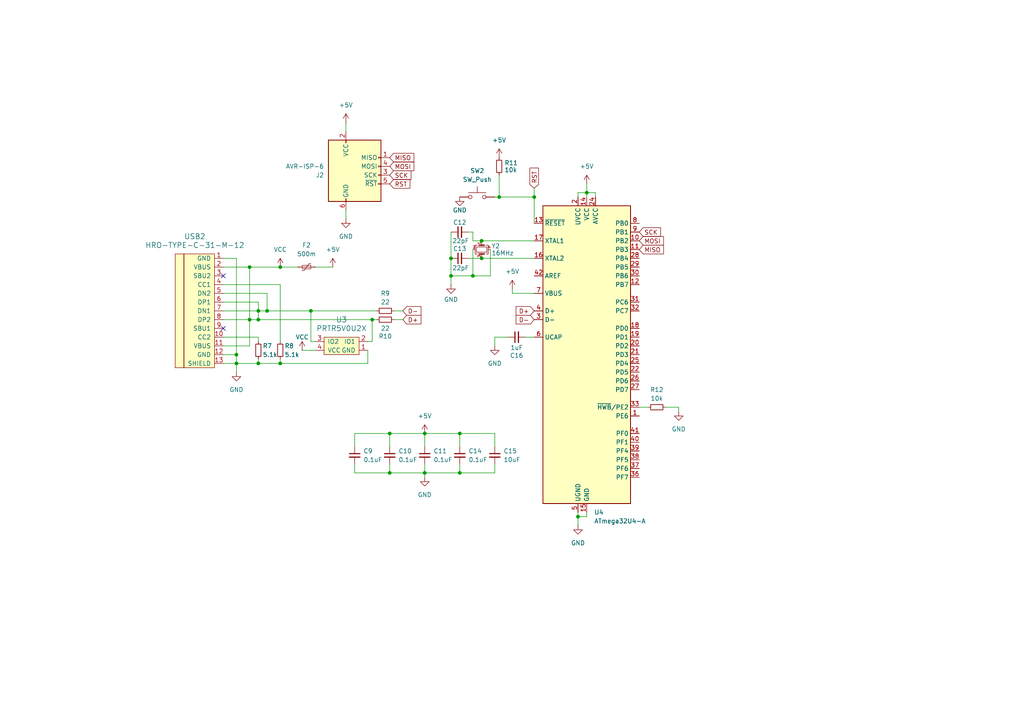
<source format=kicad_sch>
(kicad_sch (version 20250114) (generator "eeschema") (generator_version "9.0")
  (paper "A4")
  (lib_symbols
    (symbol "Connector:AVR-ISP-6" (pin_names (offset 1.016))
      (property "Reference" "J" (at -6.35 11.43 0))
      (property "Value" "AVR-ISP-6" (at 0 11.43 0))
      (symbol "AVR-ISP-6_0_1"
        (rectangle (start -2.667 10.16) (end -2.413 9.398))
        (rectangle (start -2.667 -6.858) (end -2.413 -7.62))
        (rectangle (start 7.62 10.16) (end -7.62 -7.62) (stroke (width 0.254)) (fill (type background)))
        (rectangle (start 7.62 5.207) (end 6.858 4.953))
        (rectangle (start 7.62 2.667) (end 6.858 2.413))
        (rectangle (start 7.62 0.127) (end 6.858 -0.127))
        (rectangle (start 7.62 -2.413) (end 6.858 -2.667))
      )
      (symbol "AVR-ISP-6_1_1"
        (pin passive line (at -2.54 12.7 270) (length 2.54) (name "VCC") (number "2"))
        (pin passive line (at -2.54 -10.16 90) (length 2.54) (name "GND") (number "6"))
        (pin passive line (at 10.16 5.08 180) (length 2.54) (name "MISO") (number "1"))
        (pin passive line (at 10.16 2.54 180) (length 2.54) (name "MOSI") (number "4"))
        (pin passive line (at 10.16 0 180) (length 2.54) (name "SCK") (number "3"))
        (pin passive line (at 10.16 -2.54 180) (length 2.54) (name "~{RST}") (number "5"))
      )
    )
    (symbol "Device:C_Small" (pin_numbers (hide yes)) (pin_names (offset 0.254) (hide yes))
      (property "Reference" "C" (at 0.254 1.778 0))
      (property "Value" "C_Small" (at 0.254 -2.032 0))
      (symbol "C_Small_0_1"
        (polyline (pts (xy -1.524 0.508) (xy 1.524 0.508)) (stroke (width 0.3048)))
        (polyline (pts (xy -1.524 -0.508) (xy 1.524 -0.508)) (stroke (width 0.3302)))
      )
      (symbol "C_Small_1_1"
        (pin passive line (at 0 2.54 270) (length 2.032) (name "~") (number "1"))
        (pin passive line (at 0 -2.54 90) (length 2.032) (name "~") (number "2"))
      )
    )
    (symbol "Device:Crystal_GND24_Small" (pin_names (offset 1.016) (hide yes))
      (property "Reference" "Y" (at 1.27 4.445 0))
      (property "Value" "Crystal_GND24_Small" (at 1.27 2.54 0))
      (symbol "Crystal_GND24_Small_0_1"
        (polyline (pts (xy -1.27 1.27) (xy -1.27 1.905) (xy 1.27 1.905) (xy 1.27 1.27)))
        (polyline (pts (xy -1.27 -0.762) (xy -1.27 0.762)) (stroke (width 0.381)))
        (polyline (pts (xy -1.27 -1.27) (xy -1.27 -1.905) (xy 1.27 -1.905) (xy 1.27 -1.27)))
        (rectangle (start -0.762 -1.524) (end 0.762 1.524))
        (polyline (pts (xy 1.27 -0.762) (xy 1.27 0.762)) (stroke (width 0.381)))
      )
      (symbol "Crystal_GND24_Small_1_1"
        (pin passive line (at -2.54 0 0) (length 1.27) (name "1") (number "1"))
        (pin passive line (at 0 2.54 270) (length 0.635) (name "4") (number "4"))
        (pin passive line (at 0 -2.54 90) (length 0.635) (name "2") (number "2"))
        (pin passive line (at 2.54 0 180) (length 1.27) (name "3") (number "3"))
      )
    )
    (symbol "Device:Polyfuse_Small" (pin_numbers (hide yes)) (pin_names (offset 0))
      (property "Reference" "F" (at -1.905 0 90))
      (property "Value" "Polyfuse_Small" (at 1.905 0 90))
      (symbol "Polyfuse_Small_0_1"
        (polyline (pts (xy -1.016 1.27) (xy -1.016 0.762) (xy 1.016 -0.762) (xy 1.016 -1.27)))
        (rectangle (start -0.508 1.27) (end 0.508 -1.27))
        (polyline (pts (xy 0 2.54) (xy 0 -2.54)))
      )
      (symbol "Polyfuse_Small_1_1"
        (pin passive line (at 0 2.54 270) (length 0.635) (name "~") (number "1"))
        (pin passive line (at 0 -2.54 90) (length 0.635) (name "~") (number "2"))
      )
    )
    (symbol "Device:R_Small" (pin_numbers (hide yes)) (pin_names (offset 0.254) (hide yes))
      (property "Reference" "R" (at 0.762 0.508 0))
      (property "Value" "R_Small" (at 0.762 -1.016 0))
      (symbol "R_Small_0_1"
        (rectangle (start -0.762 1.778) (end 0.762 -1.778) (stroke (width 0.2032)))
      )
      (symbol "R_Small_1_1"
        (pin passive line (at 0 2.54 270) (length 0.762) (name "~") (number "1"))
        (pin passive line (at 0 -2.54 90) (length 0.762) (name "~") (number "2"))
      )
    )
    (symbol "MCU_Microchip_ATmega:ATmega32U4-A"
      (property "Reference" "U" (at -12.7 44.45 0))
      (property "Value" "ATmega32U4-A" (at 2.54 -44.45 0))
      (symbol "ATmega32U4-A_0_1"
        (rectangle (start -12.7 -43.18) (end 12.7 43.18) (stroke (width 0.254)) (fill (type background)))
      )
      (symbol "ATmega32U4-A_1_1"
        (pin input line (at -15.24 38.1 0) (length 2.54) (name "~{RESET}") (number "13"))
        (pin input line (at -15.24 33.02 0) (length 2.54) (name "XTAL1") (number "17"))
        (pin output line (at -15.24 27.94 0) (length 2.54) (name "XTAL2") (number "16"))
        (pin passive line (at -15.24 22.86 0) (length 2.54) (name "AREF") (number "42"))
        (pin input line (at -15.24 17.78 0) (length 2.54) (name "VBUS") (number "7"))
        (pin bidirectional line (at -15.24 12.7 0) (length 2.54) (name "D+") (number "4"))
        (pin bidirectional line (at -15.24 10.16 0) (length 2.54) (name "D-") (number "3"))
        (pin passive line (at -15.24 5.08 0) (length 2.54) (name "UCAP") (number "6"))
        (pin power_in line (at -2.54 45.72 270) (length 2.54) (name "UVCC") (number "2"))
        (pin passive line (at -2.54 -45.72 90) (length 2.54) (name "UGND") (number "5"))
        (pin power_in line (at 0 45.72 270) (length 2.54) (name "VCC") (number "14"))
        (pin passive line (at 0 45.72 270) (length 2.54) (hide yes) (name "VCC") (number "34"))
        (pin power_in line (at 0 -45.72 90) (length 2.54) (name "GND") (number "15"))
        (pin passive line (at 0 -45.72 90) (length 2.54) (hide yes) (name "GND") (number "23"))
        (pin passive line (at 0 -45.72 90) (length 2.54) (hide yes) (name "GND") (number "35"))
        (pin passive line (at 0 -45.72 90) (length 2.54) (hide yes) (name "GND") (number "43"))
        (pin power_in line (at 2.54 45.72 270) (length 2.54) (name "AVCC") (number "24"))
        (pin passive line (at 2.54 45.72 270) (length 2.54) (hide yes) (name "AVCC") (number "44"))
        (pin bidirectional line (at 15.24 38.1 180) (length 2.54) (name "PB0") (number "8"))
        (pin bidirectional line (at 15.24 35.56 180) (length 2.54) (name "PB1") (number "9"))
        (pin bidirectional line (at 15.24 33.02 180) (length 2.54) (name "PB2") (number "10"))
        (pin bidirectional line (at 15.24 30.48 180) (length 2.54) (name "PB3") (number "11"))
        (pin bidirectional line (at 15.24 27.94 180) (length 2.54) (name "PB4") (number "28"))
        (pin bidirectional line (at 15.24 25.4 180) (length 2.54) (name "PB5") (number "29"))
        (pin bidirectional line (at 15.24 22.86 180) (length 2.54) (name "PB6") (number "30"))
        (pin bidirectional line (at 15.24 20.32 180) (length 2.54) (name "PB7") (number "12"))
        (pin bidirectional line (at 15.24 15.24 180) (length 2.54) (name "PC6") (number "31"))
        (pin bidirectional line (at 15.24 12.7 180) (length 2.54) (name "PC7") (number "32"))
        (pin bidirectional line (at 15.24 7.62 180) (length 2.54) (name "PD0") (number "18"))
        (pin bidirectional line (at 15.24 5.08 180) (length 2.54) (name "PD1") (number "19"))
        (pin bidirectional line (at 15.24 2.54 180) (length 2.54) (name "PD2") (number "20"))
        (pin bidirectional line (at 15.24 0 180) (length 2.54) (name "PD3") (number "21"))
        (pin bidirectional line (at 15.24 -2.54 180) (length 2.54) (name "PD4") (number "25"))
        (pin bidirectional line (at 15.24 -5.08 180) (length 2.54) (name "PD5") (number "22"))
        (pin bidirectional line (at 15.24 -7.62 180) (length 2.54) (name "PD6") (number "26"))
        (pin bidirectional line (at 15.24 -10.16 180) (length 2.54) (name "PD7") (number "27"))
        (pin bidirectional line (at 15.24 -15.24 180) (length 2.54) (name "~{HWB}/PE2") (number "33"))
        (pin bidirectional line (at 15.24 -17.78 180) (length 2.54) (name "PE6") (number "1"))
        (pin bidirectional line (at 15.24 -22.86 180) (length 2.54) (name "PF0") (number "41"))
        (pin bidirectional line (at 15.24 -25.4 180) (length 2.54) (name "PF1") (number "40"))
        (pin bidirectional line (at 15.24 -27.94 180) (length 2.54) (name "PF4") (number "39"))
        (pin bidirectional line (at 15.24 -30.48 180) (length 2.54) (name "PF5") (number "38"))
        (pin bidirectional line (at 15.24 -33.02 180) (length 2.54) (name "PF6") (number "37"))
        (pin bidirectional line (at 15.24 -35.56 180) (length 2.54) (name "PF7") (number "36"))
      )
    )
    (symbol "Switch:SW_Push" (pin_numbers (hide yes)) (pin_names (offset 1.016) (hide yes))
      (property "Reference" "SW" (at 1.27 2.54 0))
      (property "Value" "SW_Push" (at 0 -1.524 0))
      (symbol "SW_Push_0_1"
        (circle (center -2.032 0) (radius 0.508))
        (polyline (pts (xy 0 1.27) (xy 0 3.048)))
        (circle (center 2.032 0) (radius 0.508))
        (polyline (pts (xy 2.54 1.27) (xy -2.54 1.27)))
        (pin passive line (at -5.08 0 0) (length 2.54) (name "1") (number "1"))
        (pin passive line (at 5.08 0 180) (length 2.54) (name "2") (number "2"))
      )
    )
    (symbol "Type-C:HRO-TYPE-C-31-M-12" (pin_names (offset 1.016))
      (property "Reference" "USB" (at -5.08 16.51 0))
      (property "Value" "HRO-TYPE-C-31-M-12" (at -10.16 -1.27 90))
      (symbol "HRO-TYPE-C-31-M-12_0_1"
        (rectangle (start -11.43 15.24) (end -8.89 -17.78) (fill (type background)))
        (rectangle (start 0 -17.78) (end -8.89 15.24) (fill (type background)))
      )
      (symbol "HRO-TYPE-C-31-M-12_1_1"
        (pin input line (at 2.54 13.97 180) (length 2.54) (name "GND") (number "1"))
        (pin input line (at 2.54 11.43 180) (length 2.54) (name "VBUS") (number "2"))
        (pin input line (at 2.54 8.89 180) (length 2.54) (name "SBU2") (number "3"))
        (pin input line (at 2.54 6.35 180) (length 2.54) (name "CC1") (number "4"))
        (pin input line (at 2.54 3.81 180) (length 2.54) (name "DN2") (number "5"))
        (pin input line (at 2.54 1.27 180) (length 2.54) (name "DP1") (number "6"))
        (pin input line (at 2.54 -1.27 180) (length 2.54) (name "DN1") (number "7"))
        (pin input line (at 2.54 -3.81 180) (length 2.54) (name "DP2") (number "8"))
        (pin input line (at 2.54 -6.35 180) (length 2.54) (name "SBU1") (number "9"))
        (pin input line (at 2.54 -8.89 180) (length 2.54) (name "CC2") (number "10"))
        (pin input line (at 2.54 -11.43 180) (length 2.54) (name "VBUS") (number "11"))
        (pin input line (at 2.54 -13.97 180) (length 2.54) (name "GND") (number "12"))
        (pin input line (at 2.54 -16.51 180) (length 2.54) (name "SHIELD") (number "13"))
      )
    )
    (symbol "power:+5V" (power) (pin_numbers (hide yes)) (pin_names (offset 0) (hide yes))
      (property "Value" "+5V" (at 0 3.556 0))
      (symbol "+5V_0_1"
        (polyline (pts (xy -0.762 1.27) (xy 0 2.54)))
        (polyline (pts (xy 0 2.54) (xy 0.762 1.27)))
        (polyline (pts (xy 0 0) (xy 0 2.54)))
      )
      (symbol "+5V_1_1"
        (pin power_in line (at 0 0 90) (length 0) (name "~") (number "1"))
      )
    )
    (symbol "power:GND" (power) (pin_numbers (hide yes)) (pin_names (offset 0) (hide yes))
      (property "Value" "GND" (at 0 -3.81 0))
      (symbol "GND_0_1"
        (polyline (pts (xy 0 0) (xy 0 -1.27) (xy 1.27 -1.27) (xy 0 -2.54) (xy -1.27 -1.27) (xy 0 -1.27)))
      )
      (symbol "GND_1_1"
        (pin power_in line (at 0 0 270) (length 0) (name "~") (number "1"))
      )
    )
    (symbol "power:VCC" (power) (pin_numbers (hide yes)) (pin_names (offset 0) (hide yes))
      (property "Value" "VCC" (at 0 3.556 0))
      (symbol "VCC_0_1"
        (polyline (pts (xy -0.762 1.27) (xy 0 2.54)))
        (polyline (pts (xy 0 2.54) (xy 0.762 1.27)))
        (polyline (pts (xy 0 0) (xy 0 2.54)))
      )
      (symbol "VCC_1_1"
        (pin power_in line (at 0 0 90) (length 0) (name "~") (number "1"))
      )
    )
    (symbol "random-keyboard-parts:PRTR5V0U2X" (pin_names (offset 1.016))
      (property "Reference" "U" (at 0 3.81 0))
      (property "Value" "PRTR5V0U2X" (at 0 -3.81 0))
      (symbol "PRTR5V0U2X_0_1"
        (rectangle (start -5.08 2.54) (end 5.08 -2.54) (fill (type background)))
      )
      (symbol "PRTR5V0U2X_1_1"
        (pin input line (at -7.62 1.27 0) (length 2.54) (name "GND") (number "1"))
        (pin input line (at -7.62 -1.27 0) (length 2.54) (name "IO1") (number "2"))
        (pin input line (at 7.62 1.27 180) (length 2.54) (name "VCC") (number "4"))
        (pin input line (at 7.62 -1.27 180) (length 2.54) (name "IO2") (number "3"))
      )
    )
  )
  (junction (at 81.28 105.41))
  (junction (at 130.81 80.01))
  (junction (at 144.78 57.15))
  (junction (at 72.39 92.71))
  (junction (at 90.17 90.17))
  (junction (at 123.19 125.73))
  (junction (at 154.94 57.15))
  (junction (at 74.93 105.41))
  (junction (at 139.7 74.93))
  (junction (at 77.47 90.17))
  (junction (at 113.03 137.16))
  (junction (at 81.28 77.47))
  (junction (at 113.03 125.73))
  (junction (at 133.35 125.73))
  (junction (at 107.95 92.71))
  (junction (at 72.39 77.47))
  (junction (at 74.93 90.17))
  (junction (at 167.64 149.86))
  (junction (at 170.18 55.88))
  (junction (at 130.81 74.93))
  (junction (at 133.35 137.16))
  (junction (at 68.58 105.41))
  (junction (at 137.16 80.01))
  (junction (at 74.93 92.71))
  (junction (at 139.7 69.85))
  (junction (at 123.19 137.16))
  (junction (at 68.58 102.87))
  (no_connect (at 64.77 80.01))
  (no_connect (at 64.77 95.25))
  (wire (pts (xy 170.18 149.86) (xy 170.18 148.59)))
  (wire (pts (xy 167.64 148.59) (xy 167.64 149.86)))
  (wire (pts (xy 113.03 125.73) (xy 123.19 125.73)))
  (wire (pts (xy 143.51 137.16) (xy 143.51 134.62)))
  (wire (pts (xy 167.64 55.88) (xy 167.64 57.15)))
  (wire (pts (xy 137.16 80.01) (xy 130.81 80.01)))
  (wire (pts (xy 77.47 85.09) (xy 77.47 90.17)))
  (wire (pts (xy 74.93 87.63) (xy 74.93 90.17)))
  (wire (pts (xy 64.77 87.63) (xy 74.93 87.63)))
  (wire (pts (xy 170.18 55.88) (xy 167.64 55.88)))
  (wire (pts (xy 102.87 125.73) (xy 102.87 129.54)))
  (wire (pts (xy 81.28 105.41) (xy 74.93 105.41)))
  (wire (pts (xy 74.93 105.41) (xy 74.93 104.14)))
  (wire (pts (xy 113.03 125.73) (xy 102.87 125.73)))
  (wire (pts (xy 130.81 82.55) (xy 130.81 80.01)))
  (wire (pts (xy 148.59 85.09) (xy 154.94 85.09)))
  (wire (pts (xy 68.58 107.95) (xy 68.58 105.41)))
  (wire (pts (xy 137.16 72.39) (xy 137.16 80.01)))
  (wire (pts (xy 114.3 90.17) (xy 116.84 90.17)))
  (wire (pts (xy 72.39 100.33) (xy 72.39 92.71)))
  (wire (pts (xy 143.51 125.73) (xy 143.51 129.54)))
  (wire (pts (xy 72.39 92.71) (xy 72.39 77.47)))
  (wire (pts (xy 107.95 99.06) (xy 106.68 99.06)))
  (wire (pts (xy 170.18 55.88) (xy 172.72 55.88)))
  (wire (pts (xy 172.72 55.88) (xy 172.72 57.15)))
  (wire (pts (xy 130.81 67.31) (xy 130.81 74.93)))
  (wire (pts (xy 91.44 77.47) (xy 96.52 77.47)))
  (wire (pts (xy 133.35 125.73) (xy 143.51 125.73)))
  (wire (pts (xy 68.58 102.87) (xy 68.58 74.93)))
  (wire (pts (xy 154.94 54.61) (xy 154.94 57.15)))
  (wire (pts (xy 64.77 100.33) (xy 72.39 100.33)))
  (wire (pts (xy 114.3 92.71) (xy 116.84 92.71)))
  (wire (pts (xy 143.51 57.15) (xy 144.78 57.15)))
  (wire (pts (xy 74.93 90.17) (xy 74.93 92.71)))
  (wire (pts (xy 64.77 85.09) (xy 77.47 85.09)))
  (wire (pts (xy 81.28 104.14) (xy 81.28 105.41)))
  (wire (pts (xy 77.47 90.17) (xy 90.17 90.17)))
  (wire (pts (xy 167.64 152.4) (xy 167.64 149.86)))
  (wire (pts (xy 113.03 134.62) (xy 113.03 137.16)))
  (wire (pts (xy 143.51 97.79) (xy 143.51 100.33)))
  (wire (pts (xy 74.93 90.17) (xy 77.47 90.17)))
  (wire (pts (xy 113.03 137.16) (xy 123.19 137.16)))
  (wire (pts (xy 143.51 97.79) (xy 147.32 97.79)))
  (wire (pts (xy 90.17 99.06) (xy 90.17 90.17)))
  (wire (pts (xy 144.78 57.15) (xy 154.94 57.15)))
  (wire (pts (xy 170.18 53.34) (xy 170.18 55.88)))
  (wire (pts (xy 123.19 125.73) (xy 123.19 129.54)))
  (wire (pts (xy 185.42 118.11) (xy 187.96 118.11)))
  (wire (pts (xy 123.19 138.43) (xy 123.19 137.16)))
  (wire (pts (xy 68.58 74.93) (xy 64.77 74.93)))
  (wire (pts (xy 123.19 137.16) (xy 133.35 137.16)))
  (wire (pts (xy 87.63 101.6) (xy 91.44 101.6)))
  (wire (pts (xy 154.94 57.15) (xy 154.94 64.77)))
  (wire (pts (xy 81.28 77.47) (xy 86.36 77.47)))
  (wire (pts (xy 107.95 99.06) (xy 107.95 92.71)))
  (wire (pts (xy 64.77 77.47) (xy 72.39 77.47)))
  (wire (pts (xy 74.93 92.71) (xy 107.95 92.71)))
  (wire (pts (xy 81.28 105.41) (xy 106.68 105.41)))
  (wire (pts (xy 137.16 67.31) (xy 137.16 69.85)))
  (wire (pts (xy 142.24 72.39) (xy 142.24 80.01)))
  (wire (pts (xy 102.87 134.62) (xy 102.87 137.16)))
  (wire (pts (xy 167.64 149.86) (xy 170.18 149.86)))
  (wire (pts (xy 152.4 97.79) (xy 154.94 97.79)))
  (wire (pts (xy 133.35 137.16) (xy 143.51 137.16)))
  (wire (pts (xy 133.35 125.73) (xy 133.35 129.54)))
  (wire (pts (xy 130.81 74.93) (xy 130.81 80.01)))
  (wire (pts (xy 193.04 118.11) (xy 196.85 118.11)))
  (wire (pts (xy 107.95 92.71) (xy 109.22 92.71)))
  (wire (pts (xy 64.77 97.79) (xy 74.93 97.79)))
  (wire (pts (xy 170.18 55.88) (xy 170.18 57.15)))
  (wire (pts (xy 133.35 134.62) (xy 133.35 137.16)))
  (wire (pts (xy 91.44 99.06) (xy 90.17 99.06)))
  (wire (pts (xy 100.33 35.56) (xy 100.33 38.1)))
  (wire (pts (xy 196.85 118.11) (xy 196.85 119.38)))
  (wire (pts (xy 64.77 92.71) (xy 72.39 92.71)))
  (wire (pts (xy 72.39 92.71) (xy 74.93 92.71)))
  (wire (pts (xy 64.77 105.41) (xy 68.58 105.41)))
  (wire (pts (xy 135.89 74.93) (xy 139.7 74.93)))
  (wire (pts (xy 139.7 74.93) (xy 154.94 74.93)))
  (wire (pts (xy 102.87 137.16) (xy 113.03 137.16)))
  (wire (pts (xy 123.19 125.73) (xy 133.35 125.73)))
  (wire (pts (xy 142.24 80.01) (xy 137.16 80.01)))
  (wire (pts (xy 64.77 90.17) (xy 74.93 90.17)))
  (wire (pts (xy 72.39 77.47) (xy 81.28 77.47)))
  (wire (pts (xy 137.16 69.85) (xy 139.7 69.85)))
  (wire (pts (xy 113.03 129.54) (xy 113.03 125.73)))
  (wire (pts (xy 64.77 82.55) (xy 81.28 82.55)))
  (wire (pts (xy 148.59 83.82) (xy 148.59 85.09)))
  (wire (pts (xy 68.58 102.87) (xy 68.58 105.41)))
  (wire (pts (xy 139.7 69.85) (xy 154.94 69.85)))
  (wire (pts (xy 68.58 105.41) (xy 74.93 105.41)))
  (wire (pts (xy 144.78 50.8) (xy 144.78 57.15)))
  (wire (pts (xy 106.68 101.6) (xy 106.68 105.41)))
  (wire (pts (xy 74.93 97.79) (xy 74.93 99.06)))
  (wire (pts (xy 90.17 90.17) (xy 109.22 90.17)))
  (wire (pts (xy 81.28 82.55) (xy 81.28 99.06)))
  (wire (pts (xy 135.89 67.31) (xy 137.16 67.31)))
  (wire (pts (xy 64.77 102.87) (xy 68.58 102.87)))
  (wire (pts (xy 123.19 134.62) (xy 123.19 137.16)))
  (wire (pts (xy 100.33 60.96) (xy 100.33 63.5)))
  (global_label "D+" (shape input) (at 116.84 92.71 0) (property "Intersheetrefs" "${INTERSHEET_REFS}" (effects (hide yes))))
  (global_label "MOSI" (shape input) (at 113.03 48.26 0) (property "Intersheetrefs" "${INTERSHEET_REFS}" (effects (hide yes))))
  (global_label "SCK" (shape input) (at 185.42 67.31 0) (property "Intersheetrefs" "${INTERSHEET_REFS}" (effects (hide yes))))
  (global_label "MISO" (shape input) (at 113.03 45.72 0) (property "Intersheetrefs" "${INTERSHEET_REFS}" (effects (hide yes))))
  (global_label "D-" (shape input) (at 154.94 92.71 180) (property "Intersheetrefs" "${INTERSHEET_REFS}" (effects (hide yes))))
  (global_label "RST" (shape input) (at 154.94 54.61 90) (property "Intersheetrefs" "${INTERSHEET_REFS}" (effects (hide yes))))
  (global_label "MISO" (shape input) (at 185.42 72.39 0) (property "Intersheetrefs" "${INTERSHEET_REFS}" (effects (hide yes))))
  (global_label "MOSI" (shape input) (at 185.42 69.85 0) (property "Intersheetrefs" "${INTERSHEET_REFS}" (effects (hide yes))))
  (global_label "D+" (shape input) (at 154.94 90.17 180) (property "Intersheetrefs" "${INTERSHEET_REFS}" (effects (hide yes))))
  (global_label "SCK" (shape input) (at 113.03 50.8 0) (property "Intersheetrefs" "${INTERSHEET_REFS}" (effects (hide yes))))
  (global_label "D-" (shape input) (at 116.84 90.17 0) (property "Intersheetrefs" "${INTERSHEET_REFS}" (effects (hide yes))))
  (global_label "RST" (shape input) (at 113.03 53.34 0) (property "Intersheetrefs" "${INTERSHEET_REFS}" (effects (hide yes))))
  (symbol (lib_id "power:GND") (at 68.58 107.95 0) (unit 1)
    (property "Reference" "#PWR017" (effects (hide yes)))
    (property "Value" "GND" (at 68.58 113.03 0))
    (property "Description" "Power symbol creates a global label with name \"GND\" , ground" (effects (hide yes)))
  )
  (symbol (lib_id "Device:Crystal_GND24_Small") (at 139.7 72.39 270) (unit 1)
    (property "Reference" "Y2" (at 143.764 71.374 90))
    (property "Value" "16MHz" (at 145.796 73.406 90))
    (property "Description" "Four pin crystal, GND on pins 2 and 4, small symbol" (effects (hide yes)))
  )
  (symbol (lib_id "Device:C_Small") (at 113.03 132.08 0) (unit 1)
    (property "Reference" "C10" (at 115.57 130.8162 0) (effects (justify left)))
    (property "Value" "0.1uF" (at 115.57 133.3562 0) (effects (justify left)))
    (property "Description" "Unpolarized capacitor, small symbol" (effects (hide yes)))
  )
  (symbol (lib_id "power:GND") (at 167.64 152.4 0) (unit 1)
    (property "Reference" "#PWR030" (effects (hide yes)))
    (property "Value" "GND" (at 167.64 157.48 0))
    (property "Description" "Power symbol creates a global label with name \"GND\" , ground" (effects (hide yes)))
  )
  (symbol (lib_id "Device:C_Small") (at 102.87 132.08 0) (unit 1)
    (property "Reference" "C9" (at 105.41 130.8162 0) (effects (justify left)))
    (property "Value" "0.1uF" (at 105.41 133.3562 0) (effects (justify left)))
    (property "Description" "Unpolarized capacitor, small symbol" (effects (hide yes)))
  )
  (symbol (lib_id "power:+5V") (at 96.52 77.47 0) (unit 1)
    (property "Reference" "#PWR020" (effects (hide yes)))
    (property "Value" "+5V" (at 96.52 72.39 0))
    (property "Description" "Power symbol creates a global label with name \"+5V\"" (effects (hide yes)))
  )
  (symbol (lib_id "Device:C_Small") (at 143.51 132.08 0) (unit 1)
    (property "Reference" "C15" (at 146.05 130.8162 0) (effects (justify left)))
    (property "Value" "10uF" (at 146.05 133.3562 0) (effects (justify left)))
    (property "Description" "Unpolarized capacitor, small symbol" (effects (hide yes)))
  )
  (symbol (lib_id "power:GND") (at 100.33 63.5 0) (mirror y) (unit 1)
    (property "Reference" "#PWR022" (effects (hide yes)))
    (property "Value" "GND" (at 100.33 68.58 0))
    (property "Description" "Power symbol creates a global label with name \"GND\" , ground" (effects (hide yes)))
  )
  (symbol (lib_id "power:+5V") (at 144.78 45.72 0) (unit 1)
    (property "Reference" "#PWR028" (effects (hide yes)))
    (property "Value" "+5V" (at 144.78 40.64 0))
    (property "Description" "Power symbol creates a global label with name \"+5V\"" (effects (hide yes)))
  )
  (symbol (lib_id "power:GND") (at 123.19 138.43 0) (unit 1)
    (property "Reference" "#PWR024" (effects (hide yes)))
    (property "Value" "GND" (at 123.19 143.51 0))
    (property "Description" "Power symbol creates a global label with name \"GND\" , ground" (effects (hide yes)))
  )
  (symbol (lib_id "Device:R_Small") (at 144.78 48.26 0) (unit 1)
    (property "Reference" "R11" (at 146.304 47.244 0) (effects (justify left)))
    (property "Value" "10k" (at 146.304 49.276 0) (effects (justify left)))
    (property "Description" "Resistor, small symbol" (effects (hide yes)))
  )
  (symbol (lib_id "power:+5V") (at 100.33 35.56 0) (mirror y) (unit 1)
    (property "Reference" "#PWR021" (effects (hide yes)))
    (property "Value" "+5V" (at 100.33 30.48 0))
    (property "Description" "Power symbol creates a global label with name \"+5V\"" (effects (hide yes)))
  )
  (symbol (lib_id "Type-C:HRO-TYPE-C-31-M-12") (at 62.23 88.9 0) (unit 1)
    (property "Reference" "USB2" (at 56.515 68.58 0) (effects (font (size 1.524 1.524))))
    (property "Value" "HRO-TYPE-C-31-M-12" (at 56.515 71.12 0) (effects (font (size 1.524 1.524))))
  )
  (symbol (lib_id "power:GND") (at 130.81 82.55 0) (unit 1)
    (property "Reference" "#PWR025" (effects (hide yes)))
    (property "Value" "GND" (at 130.81 86.868 0))
    (property "Description" "Power symbol creates a global label with name \"GND\" , ground" (effects (hide yes)))
  )
  (symbol (lib_id "Device:R_Small") (at 74.93 101.6 0) (unit 1)
    (property "Reference" "R7" (at 76.2 100.33 0) (effects (justify left)))
    (property "Value" "5.1k" (at 76.2 102.87 0) (effects (justify left)))
    (property "Description" "Resistor, small symbol" (effects (hide yes)))
  )
  (symbol (lib_id "Connector:AVR-ISP-6") (at 102.87 50.8 0) (unit 1)
    (property "Reference" "J2" (at 93.98 50.8001 0) (effects (justify right)))
    (property "Value" "AVR-ISP-6" (at 93.98 48.2601 0) (effects (justify right)))
    (property "Description" "Atmel 6-pin ISP connector" (effects (hide yes)))
  )
  (symbol (lib_id "power:VCC") (at 87.63 101.6 0) (unit 1)
    (property "Reference" "#PWR019" (effects (hide yes)))
    (property "Value" "VCC" (at 87.63 97.79 0))
    (property "Description" "Power symbol creates a global label with name \"VCC\"" (effects (hide yes)))
  )
  (symbol (lib_id "Device:C_Small") (at 133.35 67.31 90) (unit 1)
    (property "Reference" "C12" (at 133.35 64.516 90))
    (property "Value" "22pF" (at 133.604 69.85 90))
    (property "Description" "Unpolarized capacitor, small symbol" (effects (hide yes)))
  )
  (symbol (lib_id "power:+5V") (at 170.18 53.34 0) (unit 1)
    (property "Reference" "#PWR031" (effects (hide yes)))
    (property "Value" "+5V" (at 170.18 48.26 0))
    (property "Description" "Power symbol creates a global label with name \"+5V\"" (effects (hide yes)))
  )
  (symbol (lib_id "Device:C_Small") (at 133.35 132.08 0) (unit 1)
    (property "Reference" "C14" (at 135.89 130.8162 0) (effects (justify left)))
    (property "Value" "0.1uF" (at 135.89 133.3562 0) (effects (justify left)))
    (property "Description" "Unpolarized capacitor, small symbol" (effects (hide yes)))
  )
  (symbol (lib_id "power:GND") (at 133.35 57.15 0) (unit 1)
    (property "Reference" "#PWR026" (effects (hide yes)))
    (property "Value" "GND" (at 133.35 60.96 0))
    (property "Description" "Power symbol creates a global label with name \"GND\" , ground" (effects (hide yes)))
  )
  (symbol (lib_id "Device:Polyfuse_Small") (at 88.9 77.47 90) (unit 1)
    (property "Reference" "F2" (at 88.9 71.12 90))
    (property "Value" "500m" (at 88.9 73.66 90))
    (property "Description" "Resettable fuse, polymeric positive temperature coefficient, small symbol" (effects (hide yes)))
  )
  (symbol (lib_id "MCU_Microchip_ATmega:ATmega32U4-A") (at 170.18 102.87 0) (unit 1)
    (property "Reference" "U4" (at 172.3233 148.59 0) (effects (justify left)))
    (property "Value" "ATmega32U4-A" (at 172.3233 151.13 0) (effects (justify left)))
    (property "Footprint" "Package_QFP:TQFP-44_10x10mm_P0.8mm" (effects (hide yes)))
    (property "Datasheet" "http://ww1.microchip.com/downloads/en/DeviceDoc/Atmel-7766-8-bit-AVR-ATmega16U4-32U4_Datasheet.pdf" (effects (hide yes)))
    (property "Description" "16MHz, 32kB Flash, 2.5kB SRAM, 1kB EEPROM, USB 2.0, TQFP-44" (effects (hide yes)))
  )
  (symbol (lib_id "power:GND") (at 196.85 119.38 0) (unit 1)
    (property "Reference" "#PWR032" (effects (hide yes)))
    (property "Value" "GND" (at 196.85 124.46 0))
    (property "Description" "Power symbol creates a global label with name \"GND\" , ground" (effects (hide yes)))
  )
  (symbol (lib_id "Device:C_Small") (at 133.35 74.93 90) (unit 1)
    (property "Reference" "C13" (at 133.35 72.136 90))
    (property "Value" "22pF" (at 133.604 77.724 90))
    (property "Description" "Unpolarized capacitor, small symbol" (effects (hide yes)))
  )
  (symbol (lib_id "power:+5V") (at 123.19 125.73 0) (unit 1)
    (property "Reference" "#PWR023" (effects (hide yes)))
    (property "Value" "+5V" (at 123.19 120.65 0))
    (property "Description" "Power symbol creates a global label with name \"+5V\"" (effects (hide yes)))
  )
  (symbol (lib_id "Device:R_Small") (at 111.76 90.17 270) (mirror x) (unit 1)
    (property "Reference" "R9" (at 111.76 85.09 90))
    (property "Value" "22" (at 111.76 87.63 90))
    (property "Description" "Resistor, small symbol" (effects (hide yes)))
  )
  (symbol (lib_id "Device:R_Small") (at 111.76 92.71 270) (mirror x) (unit 1)
    (property "Reference" "R10" (at 111.76 97.536 90))
    (property "Value" "22" (at 111.76 95.25 90))
    (property "Description" "Resistor, small symbol" (effects (hide yes)))
  )
  (symbol (lib_id "power:VCC") (at 81.28 77.47 0) (unit 1)
    (property "Reference" "#PWR018" (effects (hide yes)))
    (property "Value" "VCC" (at 81.28 72.39 0))
    (property "Description" "Power symbol creates a global label with name \"VCC\"" (effects (hide yes)))
  )
  (symbol (lib_id "power:GND") (at 143.51 100.33 0) (unit 1)
    (property "Reference" "#PWR027" (effects (hide yes)))
    (property "Value" "GND" (at 143.51 105.41 0))
    (property "Description" "Power symbol creates a global label with name \"GND\" , ground" (effects (hide yes)))
  )
  (symbol (lib_id "random-keyboard-parts:PRTR5V0U2X") (at 99.06 100.33 180) (unit 1)
    (property "Reference" "U3" (at 99.06 92.71 0) (effects (font (size 1.524 1.524))))
    (property "Value" "PRTR5V0U2X" (at 99.06 95.25 0) (effects (font (size 1.524 1.524))))
  )
  (symbol (lib_id "Device:R_Small") (at 81.28 101.6 0) (unit 1)
    (property "Reference" "R8" (at 82.55 100.33 0) (effects (justify left)))
    (property "Value" "5.1k" (at 82.55 102.87 0) (effects (justify left)))
    (property "Description" "Resistor, small symbol" (effects (hide yes)))
  )
  (symbol (lib_id "Device:C_Small") (at 123.19 132.08 0) (unit 1)
    (property "Reference" "C11" (at 125.73 130.8162 0) (effects (justify left)))
    (property "Value" "0.1uF" (at 125.73 133.3562 0) (effects (justify left)))
    (property "Description" "Unpolarized capacitor, small symbol" (effects (hide yes)))
  )
  (symbol (lib_id "Device:R_Small") (at 190.5 118.11 90) (unit 1)
    (property "Reference" "R12" (at 190.5 113.03 90))
    (property "Value" "10k" (at 190.5 115.57 90))
    (property "Description" "Resistor, small symbol" (effects (hide yes)))
  )
  (symbol (lib_id "power:+5V") (at 148.59 83.82 0) (unit 1)
    (property "Reference" "#PWR029" (effects (hide yes)))
    (property "Value" "+5V" (at 148.59 78.74 0))
    (property "Description" "Power symbol creates a global label with name \"+5V\"" (effects (hide yes)))
  )
  (symbol (lib_id "Switch:SW_Push") (at 138.43 57.15 0) (unit 1)
    (property "Reference" "SW2" (at 138.43 49.53 0))
    (property "Value" "SW_Push" (at 138.43 52.07 0))
    (property "Description" "Push button switch, generic, two pins" (effects (hide yes)))
  )
  (symbol (lib_id "Device:C_Small") (at 149.86 97.79 90) (unit 1)
    (property "Reference" "C16" (at 149.86 103.124 90))
    (property "Value" "1uF" (at 149.86 100.838 90))
    (property "Description" "Unpolarized capacitor, small symbol" (effects (hide yes)))
  )
)
</source>
